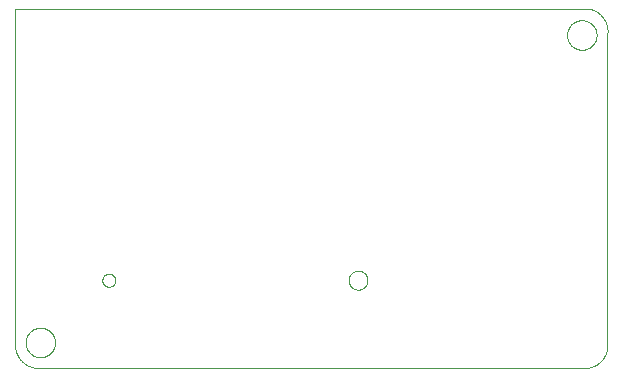
<source format=gko>
G75*
%MOIN*%
%OFA0B0*%
%FSLAX25Y25*%
%IPPOS*%
%LPD*%
%AMOC8*
5,1,8,0,0,1.08239X$1,22.5*
%
%ADD10C,0.00000*%
D10*
X0028072Y0013934D02*
X0209704Y0013976D01*
X0217619Y0020850D02*
X0217619Y0124761D01*
X0217654Y0124942D01*
X0217684Y0125125D01*
X0217709Y0125308D01*
X0217731Y0125491D01*
X0217747Y0125675D01*
X0217759Y0125859D01*
X0217767Y0126044D01*
X0217770Y0126228D01*
X0217768Y0126413D01*
X0217762Y0126598D01*
X0217752Y0126782D01*
X0217737Y0126966D01*
X0217717Y0127150D01*
X0217693Y0127333D01*
X0217665Y0127515D01*
X0217632Y0127697D01*
X0217594Y0127878D01*
X0217552Y0128058D01*
X0217506Y0128237D01*
X0217455Y0128414D01*
X0217400Y0128590D01*
X0217341Y0128765D01*
X0217277Y0128939D01*
X0217210Y0129111D01*
X0217138Y0129281D01*
X0217061Y0129449D01*
X0216981Y0129615D01*
X0216897Y0129779D01*
X0216808Y0129942D01*
X0216716Y0130102D01*
X0216620Y0130259D01*
X0216520Y0130415D01*
X0216416Y0130567D01*
X0216308Y0130717D01*
X0216197Y0130865D01*
X0216083Y0131010D01*
X0215964Y0131151D01*
X0215842Y0131290D01*
X0215717Y0131426D01*
X0215589Y0131559D01*
X0215457Y0131688D01*
X0215323Y0131815D01*
X0215185Y0131938D01*
X0215044Y0132057D01*
X0214900Y0132173D01*
X0214754Y0132286D01*
X0214605Y0132395D01*
X0214453Y0132500D01*
X0214298Y0132601D01*
X0214142Y0132699D01*
X0213982Y0132792D01*
X0213821Y0132882D01*
X0213657Y0132968D01*
X0213492Y0133050D01*
X0213324Y0133127D01*
X0213155Y0133201D01*
X0212984Y0133270D01*
X0212811Y0133335D01*
X0212636Y0133396D01*
X0212461Y0133452D01*
X0212283Y0133505D01*
X0212105Y0133553D01*
X0211926Y0133596D01*
X0211745Y0133635D01*
X0020198Y0133635D01*
X0020198Y0021808D01*
X0020200Y0021618D01*
X0020207Y0021428D01*
X0020219Y0021238D01*
X0020235Y0021048D01*
X0020255Y0020859D01*
X0020281Y0020670D01*
X0020310Y0020482D01*
X0020345Y0020295D01*
X0020384Y0020109D01*
X0020427Y0019924D01*
X0020475Y0019739D01*
X0020527Y0019556D01*
X0020583Y0019375D01*
X0020644Y0019195D01*
X0020710Y0019016D01*
X0020779Y0018839D01*
X0020853Y0018663D01*
X0020931Y0018490D01*
X0021014Y0018318D01*
X0021100Y0018149D01*
X0021190Y0017981D01*
X0021285Y0017816D01*
X0021383Y0017653D01*
X0021486Y0017493D01*
X0021592Y0017335D01*
X0021702Y0017180D01*
X0021815Y0017027D01*
X0021933Y0016877D01*
X0022054Y0016731D01*
X0022178Y0016587D01*
X0022306Y0016446D01*
X0022437Y0016308D01*
X0022572Y0016173D01*
X0022710Y0016042D01*
X0022851Y0015914D01*
X0022995Y0015790D01*
X0023141Y0015669D01*
X0023291Y0015551D01*
X0023444Y0015438D01*
X0023599Y0015328D01*
X0023757Y0015222D01*
X0023917Y0015119D01*
X0024080Y0015021D01*
X0024245Y0014926D01*
X0024413Y0014836D01*
X0024582Y0014750D01*
X0024754Y0014667D01*
X0024927Y0014589D01*
X0025103Y0014515D01*
X0025280Y0014446D01*
X0025459Y0014380D01*
X0025639Y0014319D01*
X0025820Y0014263D01*
X0026003Y0014211D01*
X0026188Y0014163D01*
X0026373Y0014120D01*
X0026559Y0014081D01*
X0026746Y0014046D01*
X0026934Y0014017D01*
X0027123Y0013991D01*
X0027312Y0013971D01*
X0027502Y0013955D01*
X0027692Y0013943D01*
X0027882Y0013936D01*
X0028072Y0013934D01*
X0023777Y0022434D02*
X0023779Y0022574D01*
X0023785Y0022714D01*
X0023795Y0022853D01*
X0023809Y0022992D01*
X0023827Y0023131D01*
X0023848Y0023269D01*
X0023874Y0023407D01*
X0023904Y0023544D01*
X0023937Y0023679D01*
X0023975Y0023814D01*
X0024016Y0023948D01*
X0024061Y0024081D01*
X0024109Y0024212D01*
X0024162Y0024341D01*
X0024218Y0024470D01*
X0024277Y0024596D01*
X0024341Y0024721D01*
X0024407Y0024844D01*
X0024478Y0024965D01*
X0024551Y0025084D01*
X0024628Y0025201D01*
X0024709Y0025315D01*
X0024792Y0025427D01*
X0024879Y0025537D01*
X0024969Y0025645D01*
X0025061Y0025749D01*
X0025157Y0025851D01*
X0025256Y0025951D01*
X0025357Y0026047D01*
X0025461Y0026141D01*
X0025568Y0026231D01*
X0025677Y0026318D01*
X0025789Y0026403D01*
X0025903Y0026484D01*
X0026019Y0026562D01*
X0026137Y0026636D01*
X0026258Y0026707D01*
X0026380Y0026775D01*
X0026505Y0026839D01*
X0026631Y0026900D01*
X0026758Y0026957D01*
X0026888Y0027010D01*
X0027019Y0027060D01*
X0027151Y0027105D01*
X0027284Y0027148D01*
X0027419Y0027186D01*
X0027554Y0027220D01*
X0027691Y0027251D01*
X0027828Y0027278D01*
X0027966Y0027300D01*
X0028105Y0027319D01*
X0028244Y0027334D01*
X0028383Y0027345D01*
X0028523Y0027352D01*
X0028663Y0027355D01*
X0028803Y0027354D01*
X0028943Y0027349D01*
X0029082Y0027340D01*
X0029222Y0027327D01*
X0029361Y0027310D01*
X0029499Y0027289D01*
X0029637Y0027265D01*
X0029774Y0027236D01*
X0029910Y0027204D01*
X0030045Y0027167D01*
X0030179Y0027127D01*
X0030312Y0027083D01*
X0030443Y0027035D01*
X0030573Y0026984D01*
X0030702Y0026929D01*
X0030829Y0026870D01*
X0030954Y0026807D01*
X0031077Y0026742D01*
X0031199Y0026672D01*
X0031318Y0026599D01*
X0031436Y0026523D01*
X0031551Y0026444D01*
X0031664Y0026361D01*
X0031774Y0026275D01*
X0031882Y0026186D01*
X0031987Y0026094D01*
X0032090Y0025999D01*
X0032190Y0025901D01*
X0032287Y0025801D01*
X0032381Y0025697D01*
X0032473Y0025591D01*
X0032561Y0025483D01*
X0032646Y0025372D01*
X0032728Y0025258D01*
X0032807Y0025142D01*
X0032882Y0025025D01*
X0032954Y0024905D01*
X0033022Y0024783D01*
X0033087Y0024659D01*
X0033149Y0024533D01*
X0033207Y0024406D01*
X0033261Y0024277D01*
X0033312Y0024146D01*
X0033358Y0024014D01*
X0033401Y0023881D01*
X0033441Y0023747D01*
X0033476Y0023612D01*
X0033508Y0023475D01*
X0033535Y0023338D01*
X0033559Y0023200D01*
X0033579Y0023062D01*
X0033595Y0022923D01*
X0033607Y0022783D01*
X0033615Y0022644D01*
X0033619Y0022504D01*
X0033619Y0022364D01*
X0033615Y0022224D01*
X0033607Y0022085D01*
X0033595Y0021945D01*
X0033579Y0021806D01*
X0033559Y0021668D01*
X0033535Y0021530D01*
X0033508Y0021393D01*
X0033476Y0021256D01*
X0033441Y0021121D01*
X0033401Y0020987D01*
X0033358Y0020854D01*
X0033312Y0020722D01*
X0033261Y0020591D01*
X0033207Y0020462D01*
X0033149Y0020335D01*
X0033087Y0020209D01*
X0033022Y0020085D01*
X0032954Y0019963D01*
X0032882Y0019843D01*
X0032807Y0019726D01*
X0032728Y0019610D01*
X0032646Y0019496D01*
X0032561Y0019385D01*
X0032473Y0019277D01*
X0032381Y0019171D01*
X0032287Y0019067D01*
X0032190Y0018967D01*
X0032090Y0018869D01*
X0031987Y0018774D01*
X0031882Y0018682D01*
X0031774Y0018593D01*
X0031664Y0018507D01*
X0031551Y0018424D01*
X0031436Y0018345D01*
X0031318Y0018269D01*
X0031199Y0018196D01*
X0031077Y0018126D01*
X0030954Y0018061D01*
X0030829Y0017998D01*
X0030702Y0017939D01*
X0030573Y0017884D01*
X0030443Y0017833D01*
X0030312Y0017785D01*
X0030179Y0017741D01*
X0030045Y0017701D01*
X0029910Y0017664D01*
X0029774Y0017632D01*
X0029637Y0017603D01*
X0029499Y0017579D01*
X0029361Y0017558D01*
X0029222Y0017541D01*
X0029082Y0017528D01*
X0028943Y0017519D01*
X0028803Y0017514D01*
X0028663Y0017513D01*
X0028523Y0017516D01*
X0028383Y0017523D01*
X0028244Y0017534D01*
X0028105Y0017549D01*
X0027966Y0017568D01*
X0027828Y0017590D01*
X0027691Y0017617D01*
X0027554Y0017648D01*
X0027419Y0017682D01*
X0027284Y0017720D01*
X0027151Y0017763D01*
X0027019Y0017808D01*
X0026888Y0017858D01*
X0026758Y0017911D01*
X0026631Y0017968D01*
X0026505Y0018029D01*
X0026380Y0018093D01*
X0026258Y0018161D01*
X0026137Y0018232D01*
X0026019Y0018306D01*
X0025903Y0018384D01*
X0025789Y0018465D01*
X0025677Y0018550D01*
X0025568Y0018637D01*
X0025461Y0018727D01*
X0025357Y0018821D01*
X0025256Y0018917D01*
X0025157Y0019017D01*
X0025061Y0019119D01*
X0024969Y0019223D01*
X0024879Y0019331D01*
X0024792Y0019441D01*
X0024709Y0019553D01*
X0024628Y0019667D01*
X0024551Y0019784D01*
X0024478Y0019903D01*
X0024407Y0020024D01*
X0024341Y0020147D01*
X0024277Y0020272D01*
X0024218Y0020398D01*
X0024162Y0020527D01*
X0024109Y0020656D01*
X0024061Y0020787D01*
X0024016Y0020920D01*
X0023975Y0021054D01*
X0023937Y0021189D01*
X0023904Y0021324D01*
X0023874Y0021461D01*
X0023848Y0021599D01*
X0023827Y0021737D01*
X0023809Y0021876D01*
X0023795Y0022015D01*
X0023785Y0022154D01*
X0023779Y0022294D01*
X0023777Y0022434D01*
X0049364Y0043202D02*
X0049366Y0043295D01*
X0049372Y0043387D01*
X0049382Y0043479D01*
X0049396Y0043570D01*
X0049413Y0043661D01*
X0049435Y0043751D01*
X0049460Y0043840D01*
X0049489Y0043928D01*
X0049522Y0044014D01*
X0049559Y0044099D01*
X0049599Y0044183D01*
X0049643Y0044264D01*
X0049690Y0044344D01*
X0049740Y0044422D01*
X0049794Y0044497D01*
X0049851Y0044570D01*
X0049911Y0044640D01*
X0049974Y0044708D01*
X0050040Y0044773D01*
X0050108Y0044835D01*
X0050179Y0044895D01*
X0050253Y0044951D01*
X0050329Y0045004D01*
X0050407Y0045053D01*
X0050487Y0045100D01*
X0050569Y0045142D01*
X0050653Y0045182D01*
X0050738Y0045217D01*
X0050825Y0045249D01*
X0050913Y0045278D01*
X0051002Y0045302D01*
X0051092Y0045323D01*
X0051183Y0045339D01*
X0051275Y0045352D01*
X0051367Y0045361D01*
X0051460Y0045366D01*
X0051552Y0045367D01*
X0051645Y0045364D01*
X0051737Y0045357D01*
X0051829Y0045346D01*
X0051920Y0045331D01*
X0052011Y0045313D01*
X0052101Y0045290D01*
X0052189Y0045264D01*
X0052277Y0045234D01*
X0052363Y0045200D01*
X0052447Y0045163D01*
X0052530Y0045121D01*
X0052611Y0045077D01*
X0052691Y0045029D01*
X0052768Y0044978D01*
X0052842Y0044923D01*
X0052915Y0044865D01*
X0052985Y0044805D01*
X0053052Y0044741D01*
X0053116Y0044675D01*
X0053178Y0044605D01*
X0053236Y0044534D01*
X0053291Y0044460D01*
X0053343Y0044383D01*
X0053392Y0044304D01*
X0053438Y0044224D01*
X0053480Y0044141D01*
X0053518Y0044057D01*
X0053553Y0043971D01*
X0053584Y0043884D01*
X0053611Y0043796D01*
X0053634Y0043706D01*
X0053654Y0043616D01*
X0053670Y0043525D01*
X0053682Y0043433D01*
X0053690Y0043341D01*
X0053694Y0043248D01*
X0053694Y0043156D01*
X0053690Y0043063D01*
X0053682Y0042971D01*
X0053670Y0042879D01*
X0053654Y0042788D01*
X0053634Y0042698D01*
X0053611Y0042608D01*
X0053584Y0042520D01*
X0053553Y0042433D01*
X0053518Y0042347D01*
X0053480Y0042263D01*
X0053438Y0042180D01*
X0053392Y0042100D01*
X0053343Y0042021D01*
X0053291Y0041944D01*
X0053236Y0041870D01*
X0053178Y0041799D01*
X0053116Y0041729D01*
X0053052Y0041663D01*
X0052985Y0041599D01*
X0052915Y0041539D01*
X0052842Y0041481D01*
X0052768Y0041426D01*
X0052691Y0041375D01*
X0052612Y0041327D01*
X0052530Y0041283D01*
X0052447Y0041241D01*
X0052363Y0041204D01*
X0052277Y0041170D01*
X0052189Y0041140D01*
X0052101Y0041114D01*
X0052011Y0041091D01*
X0051920Y0041073D01*
X0051829Y0041058D01*
X0051737Y0041047D01*
X0051645Y0041040D01*
X0051552Y0041037D01*
X0051460Y0041038D01*
X0051367Y0041043D01*
X0051275Y0041052D01*
X0051183Y0041065D01*
X0051092Y0041081D01*
X0051002Y0041102D01*
X0050913Y0041126D01*
X0050825Y0041155D01*
X0050738Y0041187D01*
X0050653Y0041222D01*
X0050569Y0041262D01*
X0050487Y0041304D01*
X0050407Y0041351D01*
X0050329Y0041400D01*
X0050253Y0041453D01*
X0050179Y0041509D01*
X0050108Y0041569D01*
X0050040Y0041631D01*
X0049974Y0041696D01*
X0049911Y0041764D01*
X0049851Y0041834D01*
X0049794Y0041907D01*
X0049740Y0041982D01*
X0049690Y0042060D01*
X0049643Y0042140D01*
X0049599Y0042221D01*
X0049559Y0042305D01*
X0049522Y0042390D01*
X0049489Y0042476D01*
X0049460Y0042564D01*
X0049435Y0042653D01*
X0049413Y0042743D01*
X0049396Y0042834D01*
X0049382Y0042925D01*
X0049372Y0043017D01*
X0049366Y0043109D01*
X0049364Y0043202D01*
X0131450Y0043202D02*
X0131452Y0043314D01*
X0131458Y0043425D01*
X0131468Y0043537D01*
X0131482Y0043648D01*
X0131499Y0043758D01*
X0131521Y0043868D01*
X0131547Y0043977D01*
X0131576Y0044085D01*
X0131609Y0044191D01*
X0131646Y0044297D01*
X0131687Y0044401D01*
X0131732Y0044504D01*
X0131780Y0044605D01*
X0131831Y0044704D01*
X0131886Y0044801D01*
X0131945Y0044896D01*
X0132006Y0044990D01*
X0132071Y0045081D01*
X0132140Y0045169D01*
X0132211Y0045255D01*
X0132285Y0045339D01*
X0132363Y0045419D01*
X0132443Y0045497D01*
X0132526Y0045573D01*
X0132611Y0045645D01*
X0132699Y0045714D01*
X0132789Y0045780D01*
X0132882Y0045842D01*
X0132977Y0045902D01*
X0133074Y0045958D01*
X0133172Y0046010D01*
X0133273Y0046059D01*
X0133375Y0046104D01*
X0133479Y0046146D01*
X0133584Y0046184D01*
X0133691Y0046218D01*
X0133798Y0046248D01*
X0133907Y0046275D01*
X0134016Y0046297D01*
X0134127Y0046316D01*
X0134237Y0046331D01*
X0134349Y0046342D01*
X0134460Y0046349D01*
X0134572Y0046352D01*
X0134684Y0046351D01*
X0134796Y0046346D01*
X0134907Y0046337D01*
X0135018Y0046324D01*
X0135129Y0046307D01*
X0135239Y0046287D01*
X0135348Y0046262D01*
X0135456Y0046234D01*
X0135563Y0046201D01*
X0135669Y0046165D01*
X0135773Y0046125D01*
X0135876Y0046082D01*
X0135978Y0046035D01*
X0136077Y0045984D01*
X0136175Y0045930D01*
X0136271Y0045872D01*
X0136365Y0045811D01*
X0136456Y0045747D01*
X0136545Y0045680D01*
X0136632Y0045609D01*
X0136716Y0045535D01*
X0136798Y0045459D01*
X0136876Y0045379D01*
X0136952Y0045297D01*
X0137025Y0045212D01*
X0137095Y0045125D01*
X0137161Y0045035D01*
X0137225Y0044943D01*
X0137285Y0044849D01*
X0137342Y0044753D01*
X0137395Y0044654D01*
X0137445Y0044554D01*
X0137491Y0044453D01*
X0137534Y0044349D01*
X0137573Y0044244D01*
X0137608Y0044138D01*
X0137639Y0044031D01*
X0137667Y0043922D01*
X0137690Y0043813D01*
X0137710Y0043703D01*
X0137726Y0043592D01*
X0137738Y0043481D01*
X0137746Y0043370D01*
X0137750Y0043258D01*
X0137750Y0043146D01*
X0137746Y0043034D01*
X0137738Y0042923D01*
X0137726Y0042812D01*
X0137710Y0042701D01*
X0137690Y0042591D01*
X0137667Y0042482D01*
X0137639Y0042373D01*
X0137608Y0042266D01*
X0137573Y0042160D01*
X0137534Y0042055D01*
X0137491Y0041951D01*
X0137445Y0041850D01*
X0137395Y0041750D01*
X0137342Y0041651D01*
X0137285Y0041555D01*
X0137225Y0041461D01*
X0137161Y0041369D01*
X0137095Y0041279D01*
X0137025Y0041192D01*
X0136952Y0041107D01*
X0136876Y0041025D01*
X0136798Y0040945D01*
X0136716Y0040869D01*
X0136632Y0040795D01*
X0136545Y0040724D01*
X0136456Y0040657D01*
X0136365Y0040593D01*
X0136271Y0040532D01*
X0136175Y0040474D01*
X0136077Y0040420D01*
X0135978Y0040369D01*
X0135876Y0040322D01*
X0135773Y0040279D01*
X0135669Y0040239D01*
X0135563Y0040203D01*
X0135456Y0040170D01*
X0135348Y0040142D01*
X0135239Y0040117D01*
X0135129Y0040097D01*
X0135018Y0040080D01*
X0134907Y0040067D01*
X0134796Y0040058D01*
X0134684Y0040053D01*
X0134572Y0040052D01*
X0134460Y0040055D01*
X0134349Y0040062D01*
X0134237Y0040073D01*
X0134127Y0040088D01*
X0134016Y0040107D01*
X0133907Y0040129D01*
X0133798Y0040156D01*
X0133691Y0040186D01*
X0133584Y0040220D01*
X0133479Y0040258D01*
X0133375Y0040300D01*
X0133273Y0040345D01*
X0133172Y0040394D01*
X0133074Y0040446D01*
X0132977Y0040502D01*
X0132882Y0040562D01*
X0132789Y0040624D01*
X0132699Y0040690D01*
X0132611Y0040759D01*
X0132526Y0040831D01*
X0132443Y0040907D01*
X0132363Y0040985D01*
X0132285Y0041065D01*
X0132211Y0041149D01*
X0132140Y0041235D01*
X0132071Y0041323D01*
X0132006Y0041414D01*
X0131945Y0041508D01*
X0131886Y0041603D01*
X0131831Y0041700D01*
X0131780Y0041799D01*
X0131732Y0041900D01*
X0131687Y0042003D01*
X0131646Y0042107D01*
X0131609Y0042213D01*
X0131576Y0042319D01*
X0131547Y0042427D01*
X0131521Y0042536D01*
X0131499Y0042646D01*
X0131482Y0042756D01*
X0131468Y0042867D01*
X0131458Y0042979D01*
X0131452Y0043090D01*
X0131450Y0043202D01*
X0209704Y0013977D02*
X0209883Y0013966D01*
X0210062Y0013959D01*
X0210241Y0013957D01*
X0210420Y0013959D01*
X0210599Y0013966D01*
X0210778Y0013976D01*
X0210957Y0013992D01*
X0211135Y0014011D01*
X0211313Y0014035D01*
X0211490Y0014063D01*
X0211666Y0014095D01*
X0211842Y0014132D01*
X0212016Y0014173D01*
X0212190Y0014218D01*
X0212362Y0014267D01*
X0212533Y0014321D01*
X0212703Y0014378D01*
X0212871Y0014440D01*
X0213038Y0014506D01*
X0213203Y0014576D01*
X0213367Y0014649D01*
X0213528Y0014727D01*
X0213688Y0014809D01*
X0213845Y0014894D01*
X0214001Y0014983D01*
X0214154Y0015076D01*
X0214305Y0015173D01*
X0214454Y0015273D01*
X0214600Y0015377D01*
X0214743Y0015485D01*
X0214884Y0015595D01*
X0215022Y0015710D01*
X0215158Y0015827D01*
X0215290Y0015948D01*
X0215420Y0016072D01*
X0215546Y0016199D01*
X0215670Y0016329D01*
X0215790Y0016462D01*
X0215907Y0016598D01*
X0216020Y0016737D01*
X0216130Y0016878D01*
X0216237Y0017022D01*
X0216340Y0017169D01*
X0216440Y0017318D01*
X0216536Y0017469D01*
X0216628Y0017623D01*
X0216716Y0017779D01*
X0216801Y0017937D01*
X0216882Y0018097D01*
X0216959Y0018259D01*
X0217032Y0018423D01*
X0217101Y0018588D01*
X0217166Y0018755D01*
X0217227Y0018924D01*
X0217283Y0019094D01*
X0217336Y0019265D01*
X0217384Y0019438D01*
X0217429Y0019612D01*
X0217469Y0019786D01*
X0217505Y0019962D01*
X0217536Y0020139D01*
X0217563Y0020316D01*
X0217586Y0020493D01*
X0217605Y0020672D01*
X0217619Y0020851D01*
X0204277Y0124934D02*
X0204279Y0125074D01*
X0204285Y0125214D01*
X0204295Y0125353D01*
X0204309Y0125492D01*
X0204327Y0125631D01*
X0204348Y0125769D01*
X0204374Y0125907D01*
X0204404Y0126044D01*
X0204437Y0126179D01*
X0204475Y0126314D01*
X0204516Y0126448D01*
X0204561Y0126581D01*
X0204609Y0126712D01*
X0204662Y0126841D01*
X0204718Y0126970D01*
X0204777Y0127096D01*
X0204841Y0127221D01*
X0204907Y0127344D01*
X0204978Y0127465D01*
X0205051Y0127584D01*
X0205128Y0127701D01*
X0205209Y0127815D01*
X0205292Y0127927D01*
X0205379Y0128037D01*
X0205469Y0128145D01*
X0205561Y0128249D01*
X0205657Y0128351D01*
X0205756Y0128451D01*
X0205857Y0128547D01*
X0205961Y0128641D01*
X0206068Y0128731D01*
X0206177Y0128818D01*
X0206289Y0128903D01*
X0206403Y0128984D01*
X0206519Y0129062D01*
X0206637Y0129136D01*
X0206758Y0129207D01*
X0206880Y0129275D01*
X0207005Y0129339D01*
X0207131Y0129400D01*
X0207258Y0129457D01*
X0207388Y0129510D01*
X0207519Y0129560D01*
X0207651Y0129605D01*
X0207784Y0129648D01*
X0207919Y0129686D01*
X0208054Y0129720D01*
X0208191Y0129751D01*
X0208328Y0129778D01*
X0208466Y0129800D01*
X0208605Y0129819D01*
X0208744Y0129834D01*
X0208883Y0129845D01*
X0209023Y0129852D01*
X0209163Y0129855D01*
X0209303Y0129854D01*
X0209443Y0129849D01*
X0209582Y0129840D01*
X0209722Y0129827D01*
X0209861Y0129810D01*
X0209999Y0129789D01*
X0210137Y0129765D01*
X0210274Y0129736D01*
X0210410Y0129704D01*
X0210545Y0129667D01*
X0210679Y0129627D01*
X0210812Y0129583D01*
X0210943Y0129535D01*
X0211073Y0129484D01*
X0211202Y0129429D01*
X0211329Y0129370D01*
X0211454Y0129307D01*
X0211577Y0129242D01*
X0211699Y0129172D01*
X0211818Y0129099D01*
X0211936Y0129023D01*
X0212051Y0128944D01*
X0212164Y0128861D01*
X0212274Y0128775D01*
X0212382Y0128686D01*
X0212487Y0128594D01*
X0212590Y0128499D01*
X0212690Y0128401D01*
X0212787Y0128301D01*
X0212881Y0128197D01*
X0212973Y0128091D01*
X0213061Y0127983D01*
X0213146Y0127872D01*
X0213228Y0127758D01*
X0213307Y0127642D01*
X0213382Y0127525D01*
X0213454Y0127405D01*
X0213522Y0127283D01*
X0213587Y0127159D01*
X0213649Y0127033D01*
X0213707Y0126906D01*
X0213761Y0126777D01*
X0213812Y0126646D01*
X0213858Y0126514D01*
X0213901Y0126381D01*
X0213941Y0126247D01*
X0213976Y0126112D01*
X0214008Y0125975D01*
X0214035Y0125838D01*
X0214059Y0125700D01*
X0214079Y0125562D01*
X0214095Y0125423D01*
X0214107Y0125283D01*
X0214115Y0125144D01*
X0214119Y0125004D01*
X0214119Y0124864D01*
X0214115Y0124724D01*
X0214107Y0124585D01*
X0214095Y0124445D01*
X0214079Y0124306D01*
X0214059Y0124168D01*
X0214035Y0124030D01*
X0214008Y0123893D01*
X0213976Y0123756D01*
X0213941Y0123621D01*
X0213901Y0123487D01*
X0213858Y0123354D01*
X0213812Y0123222D01*
X0213761Y0123091D01*
X0213707Y0122962D01*
X0213649Y0122835D01*
X0213587Y0122709D01*
X0213522Y0122585D01*
X0213454Y0122463D01*
X0213382Y0122343D01*
X0213307Y0122226D01*
X0213228Y0122110D01*
X0213146Y0121996D01*
X0213061Y0121885D01*
X0212973Y0121777D01*
X0212881Y0121671D01*
X0212787Y0121567D01*
X0212690Y0121467D01*
X0212590Y0121369D01*
X0212487Y0121274D01*
X0212382Y0121182D01*
X0212274Y0121093D01*
X0212164Y0121007D01*
X0212051Y0120924D01*
X0211936Y0120845D01*
X0211818Y0120769D01*
X0211699Y0120696D01*
X0211577Y0120626D01*
X0211454Y0120561D01*
X0211329Y0120498D01*
X0211202Y0120439D01*
X0211073Y0120384D01*
X0210943Y0120333D01*
X0210812Y0120285D01*
X0210679Y0120241D01*
X0210545Y0120201D01*
X0210410Y0120164D01*
X0210274Y0120132D01*
X0210137Y0120103D01*
X0209999Y0120079D01*
X0209861Y0120058D01*
X0209722Y0120041D01*
X0209582Y0120028D01*
X0209443Y0120019D01*
X0209303Y0120014D01*
X0209163Y0120013D01*
X0209023Y0120016D01*
X0208883Y0120023D01*
X0208744Y0120034D01*
X0208605Y0120049D01*
X0208466Y0120068D01*
X0208328Y0120090D01*
X0208191Y0120117D01*
X0208054Y0120148D01*
X0207919Y0120182D01*
X0207784Y0120220D01*
X0207651Y0120263D01*
X0207519Y0120308D01*
X0207388Y0120358D01*
X0207258Y0120411D01*
X0207131Y0120468D01*
X0207005Y0120529D01*
X0206880Y0120593D01*
X0206758Y0120661D01*
X0206637Y0120732D01*
X0206519Y0120806D01*
X0206403Y0120884D01*
X0206289Y0120965D01*
X0206177Y0121050D01*
X0206068Y0121137D01*
X0205961Y0121227D01*
X0205857Y0121321D01*
X0205756Y0121417D01*
X0205657Y0121517D01*
X0205561Y0121619D01*
X0205469Y0121723D01*
X0205379Y0121831D01*
X0205292Y0121941D01*
X0205209Y0122053D01*
X0205128Y0122167D01*
X0205051Y0122284D01*
X0204978Y0122403D01*
X0204907Y0122524D01*
X0204841Y0122647D01*
X0204777Y0122772D01*
X0204718Y0122898D01*
X0204662Y0123027D01*
X0204609Y0123156D01*
X0204561Y0123287D01*
X0204516Y0123420D01*
X0204475Y0123554D01*
X0204437Y0123689D01*
X0204404Y0123824D01*
X0204374Y0123961D01*
X0204348Y0124099D01*
X0204327Y0124237D01*
X0204309Y0124376D01*
X0204295Y0124515D01*
X0204285Y0124654D01*
X0204279Y0124794D01*
X0204277Y0124934D01*
M02*

</source>
